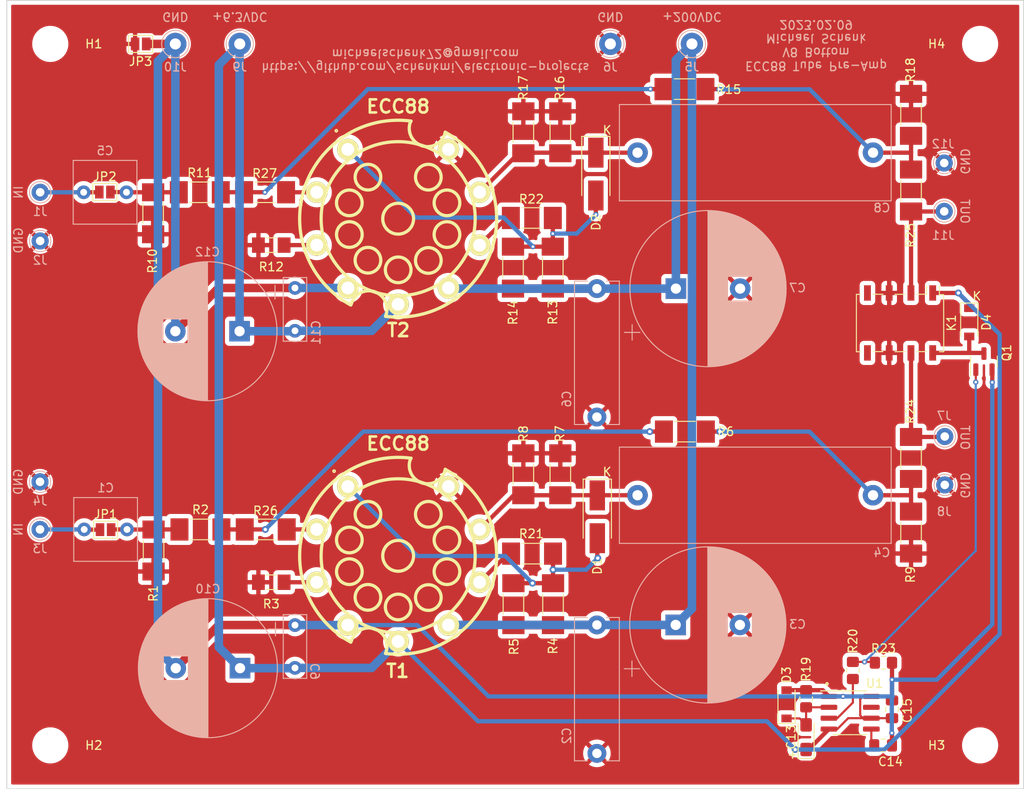
<source format=kicad_pcb>
(kicad_pcb (version 20211014) (generator pcbnew)
  (layers (0 "F.Cu" signal) (31 "B.Cu" signal) (34 "B.Paste" user) (35 "F.Paste" user) (36 "B.SilkS" user "B.Silkscreen") (37 "F.SilkS" user "F.Silkscreen") (38 "B.Mask" user) (39 "F.Mask" user) (44 "Edge.Cuts" user))
  (net 0 "")
  (net 1 "Net-(C1-Pad2)")
  (net 2 "Net-(C1-Pad1)")
  (net 3 "GND")
  (net 4 "VDDA")
  (net 5 "Net-(C4-Pad2)")
  (net 6 "Net-(C4-Pad1)")
  (net 7 "VDDF")
  (net 8 "Net-(R2-Pad1)")
  (net 9 "Net-(R3-Pad1)")
  (net 10 "Net-(C5-Pad2)")
  (net 11 "Net-(C5-Pad1)")
  (net 12 "Net-(C8-Pad2)")
  (net 13 "Net-(C8-Pad1)")
  (net 14 "Net-(R11-Pad1)")
  (net 15 "Net-(R12-Pad1)")
  (net 16 "Net-(D1-Pad2)")
  (net 17 "Net-(D2-Pad2)")
  (net 18 "Net-(R21-Pad2)")
  (net 19 "Net-(R22-Pad2)")
  (net 20 "Net-(C13-Pad2)")
  (net 21 "Net-(C14-Pad1)")
  (net 22 "Net-(D4-Pad2)")
  (net 23 "Net-(J11-Pad1)")
  (net 24 "Net-(Q1-Pad1)")
  (net 25 "Net-(R20-Pad2)")
  (net 26 "Net-(J7-Pad1)")
  (net 30 "FGND")
  (net 31 "Net-(T1-Pad2)")
  (net 32 "Net-(T2-Pad2)")
  (footprint "kicad-snk:TubeNoval-ECC88" (layer "F.Cu") (at 84.43976 135.9789 180)
    (fp_text reference "T1")
    (fp_text value "ECC88")
  )
  (footprint "MountingHole:MountingHole_3.2mm_M3" (layer "F.Cu") (at 43.815 76.2)
    (fp_text reference "H1")
    (fp_text value "MountingHole")
  )
  (footprint "MountingHole:MountingHole_3.2mm_M3" (layer "F.Cu") (at 43.815 158.115)
    (fp_text reference "H2")
    (fp_text value "MountingHole")
  )
  (footprint "MountingHole:MountingHole_3.2mm_M3" (layer "F.Cu") (at 152.4 158.115)
    (fp_text reference "H3")
    (fp_text value "MountingHole")
  )
  (footprint "MountingHole:MountingHole_3.2mm_M3" (layer "F.Cu") (at 152.4 76.2)
    (fp_text reference "H4")
    (fp_text value "MountingHole")
  )
  (footprint "Resistor_SMD:R_MELF_MMB-0207" (layer "F.Cu") (at 55.875 135.36 -90)
    (fp_text reference "R1")
    (fp_text value "1Meg")
  )
  (footprint "Resistor_SMD:R_MELF_MMB-0207" (layer "F.Cu") (at 61.35 132.9 180)
    (fp_text reference "R2")
    (fp_text value "10k/47k")
  )
  (footprint "Resistor_SMD:R_MiniMELF_MMA-0204" (layer "F.Cu") (at 69.62 139.065 180)
    (fp_text reference "R3")
    (fp_text value "1.21k")
  )
  (footprint "Resistor_SMD:R_MELF_MMB-0207" (layer "F.Cu") (at 102.525 141.625 90)
    (fp_text reference "R4")
    (fp_text value "56k")
  )
  (footprint "Resistor_SMD:R_MELF_MMB-0207" (layer "F.Cu") (at 97.9 141.625 90)
    (fp_text reference "R5")
    (fp_text value "39k")
  )
  (footprint "Resistor_SMD:R_MELF_MMB-0207" (layer "F.Cu") (at 117.925 121.475 180)
    (fp_text reference "R6")
    (fp_text value "22k/100k")
  )
  (footprint "Resistor_SMD:R_MELF_MMB-0207" (layer "F.Cu") (at 103.378 126.455 90)
    (fp_text reference "R7")
    (fp_text value "56k")
  )
  (footprint "Resistor_SMD:R_MELF_MMB-0207" (layer "F.Cu") (at 99.06 126.455 90)
    (fp_text reference "R8")
    (fp_text value "39k")
  )
  (footprint "Resistor_SMD:R_MELF_MMB-0207" (layer "F.Cu") (at 144.3355 133.26 90)
    (fp_text reference "R9")
    (fp_text value "1Meg")
  )
  (footprint "Resistor_SMD:R_MELF_MMB-0207" (layer "F.Cu") (at 55.825 95.975 -90)
    (fp_text reference "R10")
    (fp_text value "1Meg")
  )
  (footprint "Resistor_SMD:R_MELF_MMB-0207" (layer "F.Cu") (at 61.275 93.525 180)
    (fp_text reference "R11")
    (fp_text value "10k/47k")
  )
  (footprint "Resistor_SMD:R_MiniMELF_MMA-0204" (layer "F.Cu") (at 69.62 99.695 180)
    (fp_text reference "R12")
    (fp_text value "1.21k")
  )
  (footprint "Resistor_SMD:R_MELF_MMB-0207" (layer "F.Cu") (at 102.5 102.325 90)
    (fp_text reference "R13")
    (fp_text value "56k")
  )
  (footprint "Resistor_SMD:R_MELF_MMB-0207" (layer "F.Cu") (at 97.85 102.325 90)
    (fp_text reference "R14")
    (fp_text value "39k")
  )
  (footprint "Resistor_SMD:R_MELF_MMB-0207" (layer "F.Cu") (at 117.875 81.475 180)
    (fp_text reference "R15")
    (fp_text value "22k/100k")
  )
  (footprint "Resistor_SMD:R_MELF_MMB-0207" (layer "F.Cu") (at 103.378 86.51773 90)
    (fp_text reference "R16")
    (fp_text value "56k")
  )
  (footprint "Resistor_SMD:R_MELF_MMB-0207" (layer "F.Cu") (at 99.06 86.51773 90)
    (fp_text reference "R17")
    (fp_text value "39k")
  )
  (footprint "Resistor_SMD:R_MELF_MMB-0207" (layer "F.Cu") (at 144.3355 84.4815 90)
    (fp_text reference "R18")
    (fp_text value "1Meg")
  )
  (footprint "kicad-snk:TubeNoval-ECC88" (layer "F.Cu") (at 84.43976 96.6089 180)
    (fp_text reference "T2")
    (fp_text value "ECC88")
  )
  (footprint "Diode_SMD:D_SMA_Handsoldering" (layer "F.Cu") (at 107.696 131.422 -90)
    (fp_text reference "D1")
    (fp_text value "1N4007")
  )
  (footprint "Diode_SMD:D_SMA_Handsoldering" (layer "F.Cu") (at 107.525 91.4 -90)
    (fp_text reference "D2")
    (fp_text value "1N4007")
  )
  (footprint "Resistor_SMD:R_MELF_MMB-0207" (layer "F.Cu") (at 100.05 96.525 180)
    (fp_text reference "R22")
    (fp_text value "100R")
  )
  (footprint "Resistor_SMD:R_MELF_MMB-0207" (layer "F.Cu") (at 100.075 135.725 180)
    (fp_text reference "R21")
    (fp_text value "100R")
  )
  (footprint "Relay_SMD:Relay_DPDT_Omron_G6K-2F" (layer "F.Cu") (at 143.0528 108.783 -90)
    (fp_text reference "K1")
    (fp_text value "G6K-2F-TR DC6")
  )
  (footprint "Capacitor_Tantalum_SMD:CP_EIA-3216-12_Kemet-S_Pad1.58x1.35mm_HandSolder" (layer "F.Cu") (at 132.08 157.1601 90)
    (fp_text reference "C13")
    (fp_text value "15uF/25V")
  )
  (footprint "Capacitor_SMD:C_0805_2012Metric_Pad1.18x1.45mm_HandSolder" (layer "F.Cu") (at 141.0716 158.115)
    (fp_text reference "C14")
    (fp_text value "100nF/50V")
  )
  (footprint "Capacitor_SMD:C_0805_2012Metric_Pad1.18x1.45mm_HandSolder" (layer "F.Cu") (at 142.113 153.9025 90)
    (fp_text reference "C15")
    (fp_text value "100nF/50V")
  )
  (footprint "Diode_SMD:D_SOD-123" (layer "F.Cu") (at 129.794 153.3144 90)
    (fp_text reference "D3")
    (fp_text value "1N4148W")
  )
  (footprint "Diode_SMD:D_SOD-123" (layer "F.Cu") (at 151.13 108.712 -90)
    (fp_text reference "D4")
    (fp_text value "1N4148W")
  )
  (footprint "Package_TO_SOT_SMD:SOT-23" (layer "F.Cu") (at 152.847 113.3 90)
    (fp_text reference "Q1")
    (fp_text value "MMBT3904")
  )
  (footprint "Resistor_SMD:R_0805_2012Metric_Pad1.20x1.40mm_HandSolder" (layer "F.Cu") (at 132.08 152.67 90)
    (fp_text reference "R19")
    (fp_text value "2Meg")
  )
  (footprint "Resistor_SMD:R_0805_2012Metric_Pad1.20x1.40mm_HandSolder" (layer "F.Cu") (at 137.541 149.368 -90)
    (fp_text reference "R20")
    (fp_text value "2.49k")
  )
  (footprint "Resistor_SMD:R_0805_2012Metric_Pad1.20x1.40mm_HandSolder" (layer "F.Cu") (at 141.113 148.463)
    (fp_text reference "R23")
    (fp_text value "2.49k")
  )
  (footprint "Package_SO:SOIC-8_3.9x4.9mm_P1.27mm" (layer "F.Cu") (at 137.222 154.305)
    (fp_text reference "U1")
    (fp_text value "TLC555xD")
  )
  (footprint "Resistor_SMD:R_MELF_MMB-0207" (layer "F.Cu") (at 144.3355 124.55 -90)
    (fp_text reference "R24")
    (fp_text value "470R")
  )
  (footprint "Resistor_SMD:R_MELF_MMB-0207" (layer "F.Cu") (at 144.3355 93.3185 90)
    (fp_text reference "R25")
    (fp_text value "470R")
  )
  (footprint "Jumper:SolderJumper-2_P1.3mm_Open_Pad1.0x1.5mm" (layer "F.Cu") (at 50.186104 93.4996)
    (fp_text reference "JP2")
    (fp_text value "SolderJumper_2_Open")
  )
  (footprint "Resistor_SMD:R_MELF_MMB-0207" (layer "F.Cu") (at 68.9 93.52)
    (fp_text reference "R27")
    (fp_text value "100R")
  )
  (footprint "Jumper:SolderJumper-2_P1.3mm_Open_Pad1.0x1.5mm" (layer "F.Cu") (at 50.2708 132.9254)
    (fp_text reference "JP1")
    (fp_text value "SolderJumper_2_Open")
  )
  (footprint "Resistor_SMD:R_MELF_MMB-0207" (layer "F.Cu") (at 68.975 132.9)
    (fp_text reference "R26")
    (fp_text value "100R")
  )
  (footprint "Jumper:SolderJumper-2_P1.3mm_Open_Pad1.0x1.5mm" (layer "F.Cu") (at 54.3664 76.2 180)
    (fp_text reference "JP3")
    (fp_text value "SolderJumper_2_Open")
  )
  (footprint "Capacitor_THT:C_Rect_L7.2mm_W7.2mm_P5.00mm_FKS2_FKP2_MKS2_MKP2" (layer "B.Cu") (at 52.775 132.9 180)
    (fp_text reference "C1")
    (fp_text value "3.3uF")
  )
  (footprint "Capacitor_THT:C_Rect_L16.5mm_W5.0mm_P15.00mm_MKT" (layer "B.Cu") (at 107.65 144.05 -90)
    (fp_text reference "C2")
    (fp_text value "100nF")
  )
  (footprint "Capacitor_THT:CP_Radial_D18.0mm_P7.50mm" (layer "B.Cu") (at 116.85 144.05)
    (fp_text reference "C3")
    (fp_text value "100uF")
  )
  (footprint "Capacitor_THT:C_Rect_L31.5mm_W11.0mm_P27.50mm_MKS4" (layer "B.Cu") (at 139.895 128.905 180)
    (fp_text reference "C4")
    (fp_text value "2.2uF")
  )
  (footprint "Connector_Pin:Pin_D1.0mm_L10.0mm" (layer "B.Cu") (at 42.615 132.9 180)
    (fp_text reference "J3")
    (fp_text value "Conn_01x01")
  )
  (footprint "Connector_Pin:Pin_D1.0mm_L10.0mm" (layer "B.Cu") (at 42.615 127.336612 180)
    (fp_text reference "J4")
    (fp_text value "Conn_01x01")
  )
  (footprint "Connector_Pin:Pin_D1.3mm_L11.0mm" (layer "B.Cu") (at 118.745 76.2 180)
    (fp_text reference "J5")
    (fp_text value "Conn_01x01")
  )
  (footprint "Connector_Pin:Pin_D1.3mm_L11.0mm" (layer "B.Cu") (at 109.22 76.2 180)
    (fp_text reference "J6")
    (fp_text value "Conn_01x01")
  )
  (footprint "Connector_Pin:Pin_D1.0mm_L10.0mm" (layer "B.Cu") (at 148.2725 127.6985 180)
    (fp_text reference "J8")
    (fp_text value "Conn_01x01")
  )
  (footprint "Capacitor_THT:C_Rect_L7.2mm_W7.2mm_P5.00mm_FKS2_FKP2_MKS2_MKP2" (layer "B.Cu") (at 52.711904 93.525 180)
    (fp_text reference "C5")
    (fp_text value "3.3uF")
  )
  (footprint "Capacitor_THT:C_Rect_L16.5mm_W5.0mm_P15.00mm_MKT" (layer "B.Cu") (at 107.65 104.775 -90)
    (fp_text reference "C6")
    (fp_text value "100nF")
  )
  (footprint "Capacitor_THT:CP_Radial_D18.0mm_P7.50mm" (layer "B.Cu") (at 116.875 104.775)
    (fp_text reference "C7")
    (fp_text value "100uF")
  )
  (footprint "Capacitor_THT:C_Rect_L31.5mm_W11.0mm_P27.50mm_MKS4" (layer "B.Cu") (at 139.895 88.9 180)
    (fp_text reference "C8")
    (fp_text value "2.2uF")
  )
  (footprint "Connector_Pin:Pin_D1.0mm_L10.0mm" (layer "B.Cu") (at 42.631904 93.525 180)
    (fp_text reference "J1")
    (fp_text value "Conn_01x01")
  )
  (footprint "Connector_Pin:Pin_D1.0mm_L10.0mm" (layer "B.Cu") (at 42.631904 99.21 180)
    (fp_text reference "J2")
    (fp_text value "Conn_01x01")
  )
  (footprint "Connector_Pin:Pin_D1.3mm_L11.0mm" (layer "B.Cu") (at 65.9384 76.2 180)
    (fp_text reference "J9")
    (fp_text value "Conn_01x01")
  )
  (footprint "Connector_Pin:Pin_D1.3mm_L11.0mm" (layer "B.Cu") (at 58.42 76.2 180)
    (fp_text reference "J10")
    (fp_text value "Conn_01x01")
  )
  (footprint "Connector_Pin:Pin_D1.0mm_L10.0mm" (layer "B.Cu") (at 148.209 95.758 180)
    (fp_text reference "J11")
    (fp_text value "Conn_01x01")
  )
  (footprint "Connector_Pin:Pin_D1.0mm_L10.0mm" (layer "B.Cu") (at 148.209 90.1065 180)
    (fp_text reference "J12")
    (fp_text value "Conn_01x01")
  )
  (footprint "Capacitor_THT:C_Rect_L7.2mm_W2.5mm_P5.00mm_FKS2_FKP2_MKS2_MKP2" (layer "B.Cu") (at 72.39 149.0688 90)
    (fp_text reference "C9")
    (fp_text value "100nF")
  )
  (footprint "Capacitor_THT:CP_Radial_D16.0mm_P7.50mm" (layer "B.Cu") (at 65.9708 149.1 180)
    (fp_text reference "C10")
    (fp_text value "2200uF")
  )
  (footprint "Capacitor_THT:C_Rect_L7.2mm_W2.5mm_P5.00mm_FKS2_FKP2_MKS2_MKP2" (layer "B.Cu") (at 72.39 109.6988 90)
    (fp_text reference "C11")
    (fp_text value "100nF")
  )
  (footprint "Capacitor_THT:CP_Radial_D16.0mm_P7.50mm" (layer "B.Cu") (at 65.92 109.75 180)
    (fp_text reference "C12")
    (fp_text value "2200uF")
  )
  (footprint "Connector_Pin:Pin_D1.0mm_L10.0mm" (layer "B.Cu") (at 148.2725 122.047 180)
    (fp_text reference "J7")
    (fp_text value "Conn_01x01")
  )
  (gr_line (start 157.48 71.12) (end 157.48 163.195) (layer "Edge.Cuts") (width 0.1))
  (gr_line (start 38.735 71.12) (end 157.48 71.12) (layer "Edge.Cuts") (width 0.1))
  (gr_line (start 38.735 163.195) (end 38.735 71.12) (layer "Edge.Cuts") (width 0.1))
  (gr_line (start 157.48 163.195) (end 38.735 163.195) (layer "Edge.Cuts") (width 0.1))
  (gr_text "IN" (at 40.075 132.9 -270) (layer "B.SilkS") (effects (font (size 1 1)) (justify mirror)))
  (gr_text "GND" (at 40.075 127.336612 -270) (layer "B.SilkS") (effects (font (size 1 1)) (justify mirror)))
  (gr_text "GND" (at 40.091904 99.15 -270) (layer "B.SilkS") (effects (font (size 1 1)) (justify mirror)))
  (gr_text "GND" (at 150.622 89.916 -90) (layer "B.SilkS") (effects (font (size 1 1)) (justify mirror)))
  (gr_text "GND" (at 150.622 127.762 -90) (layer "B.SilkS") (effects (font (size 1 1)) (justify mirror)))
  (gr_text "OUT" (at 150.622 122.174 -90) (layer "B.SilkS") (effects (font (size 1 1)) (justify mirror)))
  (gr_text "OUT" (at 150.622 95.758 -90) (layer "B.SilkS") (effects (font (size 1 1)) (justify mirror)))
  (gr_text "+200VDC" (at 118.745 73.025 -180) (layer "B.SilkS") (effects (font (size 1 1)) (justify mirror)))
  (gr_text "+6.3VDC" (at 65.9384 73.025 -180) (layer "B.SilkS") (effects (font (size 1 1)) (justify mirror)))
  (gr_text "GND" (at 109.22 73.025 -180) (layer "B.SilkS") (effects (font (size 1 1)) (justify mirror)))
  (gr_text "GND" (at 58.42 73.025 -180) (layer "B.SilkS") (effects (font (size 1 1)) (justify mirror)))
  (gr_text "IN" (at 40.091904 93.525 -270) (layer "B.SilkS") (effects (font (size 1 1)) (justify mirror)))
  (gr_text "ECC88 Tube Pre-Amp\nV8 Bottom\nMichael Schenk\n2023.02.09" (at 133.2484 76.3524 -180) (layer "B.SilkS") (effects (font (size 1 1)) (justify mirror)))
  (gr_text "https://github.com/schenkmi/electronic-projects\nmichaelschenk72@gmail.com" (at 87.63 78.15 -180) (layer "B.SilkS") (effects (font (size 1 1)) (justify mirror)))
  (gr_text "K" (at 108.839 126.175) (layer "F.SilkS") (effects (font (size 1 1))))
  (gr_text "K" (at 152.019 105.664) (layer "F.SilkS") (effects (font (size 1 1))))
  (gr_text "°" (at 76.962 126.492) (layer "F.SilkS") (effects (font (size 1 1))))
  (gr_text "°" (at 77.216 86.741) (layer "F.SilkS") (effects (font (size 1 1))))
  (gr_text "+" (at 130.5052 159.1564) (layer "F.SilkS") (effects (font (size 1 1))))
  (gr_text "K" (at 108.839 86.275) (layer "F.SilkS") (effects (font (size 1 1))))
  (gr_text "°" (at 134.5184 151.3332) (layer "F.SilkS") (effects (font (size 1 1))))
  (segment (start 49.6208 132.9254) (end 47.8004 132.9254) (width 0.5) (layer "F.Cu") (net 1))
  (segment (start 42.615 132.9) (end 47.775 132.9) (width 0.5) (layer "B.Cu") (net 1))
  (segment (start 52.775 132.9) (end 50.9462 132.9) (width 0.5) (layer "F.Cu") (net 2))
  (segment (start 55.885 132.9) (end 55.875 132.91) (width 0.5) (layer "F.Cu") (net 2))
  (segment (start 55.875 132.91) (end 52.785 132.91) (width 0.5) (layer "F.Cu") (net 2))
  (segment (start 52.785 132.91) (end 52.775 132.9) (width 0.5) (layer "F.Cu") (net 2))
  (segment (start 58.9 132.9) (end 55.885 132.9) (width 0.5) (layer "F.Cu") (net 2))
  (segment (start 102.55 144.05) (end 102.525 144.075) (width 1) (layer "F.Cu") (net 4))
  (segment (start 107.65 144.05) (end 102.55 144.05) (width 1) (layer "F.Cu") (net 4))
  (segment (start 102.525 144.075) (end 97.9 144.075) (width 1) (layer "F.Cu") (net 4))
  (segment (start 107.65 104.775) (end 102.5 104.775) (width 1) (layer "F.Cu") (net 4))
  (segment (start 102.5 104.775) (end 97.85 104.775) (width 1) (layer "F.Cu") (net 4))
  (segment (start 107.65 144.05) (end 90.33612 144.05) (width 1) (layer "B.Cu") (net 4))
  (segment (start 118.745 142.155) (end 116.85 144.05) (width 1) (layer "B.Cu") (net 4))
  (segment (start 90.33612 144.05) (end 90.31732 144.0688) (width 1) (layer "B.Cu") (net 4))
  (segment (start 116.875 104.775) (end 116.875 78.07) (width 1) (layer "B.Cu") (net 4))
  (segment (start 107.65 104.775) (end 90.39352 104.775) (width 1) (layer "B.Cu") (net 4))
  (segment (start 116.875 104.775) (end 107.65 104.775) (width 1) (layer "B.Cu") (net 4))
  (segment (start 90.39352 104.775) (end 90.31732 104.6988) (width 1) (layer "B.Cu") (net 4))
  (segment (start 116.875 78.07) (end 118.745 76.2) (width 1) (layer "B.Cu") (net 4))
  (segment (start 116.85 144.05) (end 107.65 144.05) (width 1) (layer "B.Cu") (net 4))
  (segment (start 118.745 76.2) (end 118.745 142.155) (width 1) (layer "B.Cu") (net 4))
  (segment (start 97.93732 128.905) (end 99.06 128.905) (width 0.5) (layer "F.Cu") (net 5))
  (segment (start 93.94952 132.8928) (end 97.93732 128.905) (width 0.5) (layer "F.Cu") (net 5))
  (segment (start 112.395 128.905) (end 103.378 128.905) (width 0.5) (layer "F.Cu") (net 5))
  (segment (start 99.06 128.905) (end 103.378 128.905) (width 0.5) (layer "F.Cu") (net 5))
  (segment (start 139.895 128.905) (end 144.272 128.905) (width 0.5) (layer "F.Cu") (net 6))
  (segment (start 120.375 121.475) (end 122 121.475) (width 0.5) (layer "F.Cu") (net 6))
  (segment (start 144.3355 130.81) (end 144.3355 127) (width 0.5) (layer "F.Cu") (net 6))
  (via (at 122 121.475) (size 0.8) (drill 0.4) (layers "F.Cu" "B.Cu") (net 6))
  (segment (start 132.465 121.475) (end 139.895 128.905) (width 0.5) (layer "B.Cu") (net 6))
  (segment (start 122 121.475) (end 132.465 121.475) (width 0.5) (layer "B.Cu") (net 6))
  (segment (start 138.39699 152.72501) (end 138.39699 154.61499) (width 0.25) (layer "F.Cu") (net 7))
  (segment (start 139.697 152.4) (end 138.722 152.4) (width 0.25) (layer "F.Cu") (net 7))
  (segment (start 135.722 156.21) (end 136.992 154.94) (width 0.25) (layer "F.Cu") (net 7))
  (segment (start 132.08 158.5976) (end 130.8024 158.5976) (width 0.5) (layer "F.Cu") (net 7))
  (segment (start 138.722 152.4) (end 138.39699 152.72501) (width 0.25) (layer "F.Cu") (net 7))
  (segment (start 151.13 107.062) (end 151.13 106.553) (width 0.5) (layer "F.Cu") (net 7))
  (segment (start 134.747 156.21) (end 135.722 156.21) (width 0.25) (layer "F.Cu") (net 7))
  (segment (start 151.13 106.553) (end 149.86 105.283) (width 0.5) (layer "F.Cu") (net 7))
  (segment (start 142.113 154.94) (end 139.697 154.94) (width 0.25) (layer "F.Cu") (net 7))
  (segment (start 136.992 154.94) (end 139.697 154.94) (width 0.25) (layer "F.Cu") (net 7))
  (segment (start 149.86 105.283) (end 146.8628 105.283) (width 0.5) (layer "F.Cu") (net 7))
  (segment (start 138.722 154.94) (end 139.697 154.94) (width 0.25) (layer "F.Cu") (net 7))
  (segment (start 130.8024 158.5976) (end 130.8 158.6) (width 0.5) (layer "F.Cu") (net 7))
  (segment (start 138.39699 154.61499) (end 138.722 154.94) (width 0.25) (layer "F.Cu") (net 7))
  (segment (start 132.3594 158.5976) (end 134.747 156.21) (width 0.5) (layer "F.Cu") (net 7))
  (via (at 130.8 158.6) (size 0.8) (drill 0.4) (layers "F.Cu" "B.Cu") (net 7))
  (via (at 149.86 105.283) (size 0.8) (drill 0.4) (layers "F.Cu" "B.Cu") (net 7))
  (segment (start 63.5 146.65) (end 65.95 149.1) (width 1) (layer "B.Cu") (net 7))
  (segment (start 141.215461 158.6) (end 154.686 145.129461) (width 0.5) (layer "B.Cu") (net 7))
  (segment (start 130.8 158.6) (end 141.215461 158.6) (width 0.5) (layer "B.Cu") (net 7))
  (segment (start 84.43976 145.97888) (end 93.76088 155.3) (width 0.5) (layer "B.Cu") (net 7))
  (segment (start 65.92 109.75) (end 65.92 76.2184) (width 1) (layer "B.Cu") (net 7))
  (segment (start 72.3388 109.75) (end 72.39 109.6988) (width 1) (layer "B.Cu") (net 7))
  (segment (start 72.39 149.0688) (end 81.34984 149.0688) (width 1) (layer "B.Cu") (net 7))
  (segment (start 154.686 145.129461) (end 154.686 110.109) (width 0.5) (layer "B.Cu") (net 7))
  (segment (start 65.95 149.1) (end 65.9708 149.1) (width 1) (layer "B.Cu") (net 7))
  (segment (start 65.92 109.75) (end 72.3388 109.75) (width 1) (layer "B.Cu") (net 7))
  (segment (start 127.5 155.3) (end 130.8 158.6) (width 0.5) (layer "B.Cu") (net 7))
  (segment (start 65.9708 149.1) (end 72.3588 149.1) (width 1) (layer "B.Cu") (net 7))
  (segment (start 72.3588 149.1) (end 72.39 149.0688) (width 1) (layer "B.Cu") (net 7))
  (segment (start 65.9384 76.2) (end 63.5 78.6384) (width 1) (layer "B.Cu") (net 7))
  (segment (start 154.686 110.109) (end 149.86 105.283) (width 0.5) (layer "B.Cu") (net 7))
  (segment (start 81.34984 149.0688) (end 84.43976 145.97888) (width 1) (layer "B.Cu") (net 7))
  (segment (start 72.39 109.6988) (end 81.34984 109.6988) (width 1) (layer "B.Cu") (net 7))
  (segment (start 63.5 78.6384) (end 63.5 146.65) (width 1) (layer "B.Cu") (net 7))
  (segment (start 93.76088 155.3) (end 127.5 155.3) (width 0.5) (layer "B.Cu") (net 7))
  (segment (start 81.34984 109.6988) (end 84.43976 106.60888) (width 1) (layer "B.Cu") (net 7))
  (segment (start 65.92 76.2184) (end 65.9384 76.2) (width 1) (layer "B.Cu") (net 7))
  (segment (start 66.525 132.9) (end 68.925 132.9) (width 0.5) (layer "F.Cu") (net 8))
  (segment (start 115.475 121.475) (end 113.825 121.475) (width 0.5) (layer "F.Cu") (net 8))
  (segment (start 66.525 132.9) (end 63.8 132.9) (width 0.5) (layer "F.Cu") (net 8))
  (via (at 113.825 121.475) (size 0.8) (drill 0.4) (layers "F.Cu" "B.Cu") (net 8))
  (via (at 68.925 132.9) (size 0.8) (drill 0.4) (layers "F.Cu" "B.Cu") (net 8))
  (segment (start 68.925 132.9) (end 80.35 121.475) (width 0.5) (layer "B.Cu") (net 8))
  (segment (start 80.35 121.475) (end 113.825 121.475) (width 0.5) (layer "B.Cu") (net 8))
  (segment (start 71.12 139.065) (end 74.93 139.065) (width 0.5) (layer "F.Cu") (net 9))
  (segment (start 47.711904 93.525) (end 49.510704 93.525) (width 0.5) (layer "F.Cu") (net 10))
  (segment (start 42.631904 93.525) (end 47.711904 93.525) (width 0.5) (layer "B.Cu") (net 10))
  (segment (start 55.825 93.525) (end 52.711904 93.525) (width 0.5) (layer "F.Cu") (net 11))
  (segment (start 50.836104 93.4996) (end 52.686504 93.4996) (width 0.5) (layer "F.Cu") (net 11))
  (segment (start 58.825 93.525) (end 55.825 93.525) (width 0.5) (layer "F.Cu") (net 11))
  (segment (start 107.696 88.9) (end 112.395 88.9) (width 0.5) (layer "F.Cu") (net 12))
  (segment (start 103.378 88.9) (end 99.06 88.9) (width 0.5) (layer "F.Cu") (net 12))
  (segment (start 103.378 88.9) (end 107.4 88.9) (width 0.5) (layer "F.Cu") (net 12))
  (segment (start 93.94952 93.5228) (end 98.57232 88.9) (width 0.5) (layer "F.Cu") (net 12))
  (segment (start 107.4 88.9) (end 107.696 88.9) (width 0.5) (layer "F.Cu") (net 12))
  (segment (start 144.3355 88.8365) (end 144.3355 90.8685) (width 0.5) (layer "F.Cu") (net 13))
  (segment (start 120.325 81.475) (end 121.875 81.475) (width 0.5) (layer "F.Cu") (net 13))
  (segment (start 121.875 81.475) (end 121.9 81.5) (width 0.5) (layer "F.Cu") (net 13))
  (segment (start 144.272 88.9) (end 144.3355 88.8365) (width 0.5) (layer "F.Cu") (net 13))
  (segment (start 139.895 88.9) (end 144.272 88.9) (width 0.5) (layer "F.Cu") (net 13))
  (segment (start 144.3355 86.9315) (end 144.3355 88.8365) (width 0.5) (layer "F.Cu") (net 13))
  (via (at 121.9 81.5) (size 0.6) (drill 0.3) (layers "F.Cu" "B.Cu") (net 13))
  (segment (start 132.495 81.5) (end 139.895 88.9) (width 0.5) (layer "B.Cu") (net 13))
  (segment (start 121.9 81.5) (end 132.495 81.5) (width 0.5) (layer "B.Cu") (net 13))
  (segment (start 66.45 93.52) (end 68.87 93.52) (width 0.5) (layer "F.Cu") (net 14))
  (segment (start 66.45 93.52) (end 63.73 93.52) (width 0.5) (layer "F.Cu") (net 14))
  (segment (start 115.425 81.475) (end 113.9 81.475) (width 0.5) (layer "F.Cu") (net 14))
  (segment (start 68.87 93.52) (end 68.875 93.525) (width 0.5) (layer "F.Cu") (net 14))
  (segment (start 63.73 93.52) (end 63.725 93.525) (width 0.5) (layer "F.Cu") (net 14))
  (via (at 68.875 93.525) (size 0.6) (drill 0.3) (layers "F.Cu" "B.Cu") (net 14))
  (via (at 113.9 81.475) (size 0.6) (drill 0.3) (layers "F.Cu" "B.Cu") (net 14))
  (segment (start 113.9 81.475) (end 80.925 81.475) (width 0.5) (layer "B.Cu") (net 14))
  (segment (start 80.925 81.475) (end 68.875 93.525) (width 0.5) (layer "B.Cu") (net 14))
  (segment (start 71.12 99.695) (end 74.93 99.695) (width 0.5) (layer "F.Cu") (net 15))
  (segment (start 102.525 139.175) (end 102.525 137.6) (width 0.5) (layer "F.Cu") (net 16))
  (segment (start 107.696 136.196) (end 107.75 136.25) (width 0.5) (layer "F.Cu") (net 16))
  (segment (start 107.696 133.922) (end 107.696 136.196) (width 0.5) (layer "F.Cu") (net 16))
  (segment (start 102.525 137.6) (end 102.525 135.725) (width 0.5) (layer "F.Cu") (net 16))
  (segment (start 100.125 139.175) (end 97.9 139.175) (width 0.5) (layer "F.Cu") (net 16))
  (segment (start 102.525 139.175) (end 100.125 139.175) (width 0.5) (layer "F.Cu") (net 16))
  (via (at 100.125 139.175) (size 0.8) (drill 0.4) (layers "F.Cu" "B.Cu") (net 16))
  (via (at 102.525 137.6) (size 0.8) (drill 0.4) (layers "F.Cu" "B.Cu") (net 16))
  (via (at 107.75 136.25) (size 0.8) (drill 0.4) (layers "F.Cu" "B.Cu") (net 16))
  (segment (start 106.4 137.6) (end 102.525 137.6) (width 0.5) (layer "B.Cu") (net 16))
  (segment (start 96.95 136) (end 100.125 139.175) (width 0.5) (layer "B.Cu") (net 16))
  (segment (start 86.6732 136) (end 96.95 136) (width 0.5) (layer "B.Cu") (net 16))
  (segment (start 78.5622 127.889) (end 86.6732 136) (width 0.5) (layer "B.Cu") (net 16))
  (segment (start 107.75 136.25) (end 106.4 137.6) (width 0.5) (layer "B.Cu") (net 16))
  (segment (start 107.525 93.9) (end 107.525 96.125) (width 0.5) (layer "F.Cu") (net 17))
  (segment (start 102.5 99.875) (end 102.5 98.35) (width 0.5) (layer "F.Cu") (net 17))
  (segment (start 100.175 99.875) (end 102.5 99.875) (width 0.5) (layer "F.Cu") (net 17))
  (segment (start 102.5 98.35) (end 102.5 96.525) (width 0.5) (layer "F.Cu") (net 17))
  (segment (start 97.85 99.875) (end 100.175 99.875) (width 0.5) (layer "F.Cu") (net 17))
  (via (at 100.175 99.875) (size 0.6) (drill 0.3) (layers "F.Cu" "B.Cu") (net 17))
  (via (at 102.5 98.35) (size 0.6) (drill 0.3) (layers "F.Cu" "B.Cu") (net 17))
  (via (at 107.525 96.125) (size 0.6) (drill 0.3) (layers "F.Cu" "B.Cu") (net 17))
  (segment (start 100.175 99.875) (end 96.775 96.475) (width 0.5) (layer "B.Cu") (net 17))
  (segment (start 105.3 98.35) (end 102.5 98.35) (width 0.5) (layer "B.Cu") (net 17))
  (segment (start 96.775 96.475) (end 86.5182 96.475) (width 0.5) (layer "B.Cu") (net 17))
  (segment (start 107.525 96.125) (end 105.3 98.35) (width 0.5) (layer "B.Cu") (net 17))
  (segment (start 86.5182 96.475) (end 78.5622 88.519) (width 0.5) (layer "B.Cu") (net 17))
  (segment (start 97.28952 135.725) (end 93.94952 139.065) (width 0.5) (layer "F.Cu") (net 18))
  (segment (start 97.625 135.725) (end 97.28952 135.725) (width 0.5) (layer "F.Cu") (net 18))
  (segment (start 97.11952 96.525) (end 93.94952 99.695) (width 0.5) (layer "F.Cu") (net 19))
  (segment (start 97.6 96.525) (end 97.11952 96.525) (width 0.5) (layer "F.Cu") (net 19))
  (segment (start 129.794 154.9644) (end 131.3218 154.9644) (width 0.25) (layer "F.Cu") (net 20))
  (segment (start 132.08 153.67) (end 132.08 155.7226) (width 0.25) (layer "F.Cu") (net 20))
  (segment (start 134.747 153.67) (end 132.08 153.67) (width 0.25) (layer "F.Cu") (net 20))
  (segment (start 131.3218 154.9644) (end 132.08 155.7226) (width 0.25) (layer "F.Cu") (net 20))
  (segment (start 139.697 156.21) (end 139.697 157.7779) (width 0.25) (layer "F.Cu") (net 21))
  (segment (start 146.8628 112.283) (end 150.988 112.283) (width 0.5) (layer "F.Cu") (net 22))
  (segment (start 150.988 112.283) (end 152.7675 112.283) (width 0.5) (layer "F.Cu") (net 22))
  (segment (start 152.7675 112.283) (end 152.847 112.3625) (width 0.5) (layer "F.Cu") (net 22))
  (segment (start 151.13 110.362) (end 151.13 112.141) (width 0.5) (layer "F.Cu") (net 22))
  (segment (start 151.13 112.141) (end 150.988 112.283) (width 0.5) (layer "F.Cu") (net 22))
  (segment (start 144.3355 95.7685) (end 144.3355 105.2395) (width 0.5) (layer "F.Cu") (net 23))
  (segment (start 144.3355 95.7685) (end 148.1985 95.7685) (width 0.5) (layer "F.Cu") (net 23))
  (segment (start 138.906 148.368) (end 140.018 148.368) (width 0.25) (layer "F.Cu") (net 24))
  (segment (start 151.897 115.692) (end 151.892 115.697) (width 0.25) (layer "F.Cu") (net 24))
  (segment (start 137.541 148.368) (end 138.906 148.368) (width 0.25) (layer "F.Cu") (net 24))
  (segment (start 151.897 114.3) (end 151.897 115.692) (width 0.25) (layer "F.Cu") (net 24))
  (via (at 138.906 148.368) (size 0.6) (drill 0.3) (layers "F.Cu" "B.Cu") (net 24))
  (via (at 151.892 115.697) (size 0.6) (drill 0.3) (layers "F.Cu" "B.Cu") (net 24))
  (segment (start 138.906 148.368) (end 151.892 135.382) (width 0.25) (layer "B.Cu") (net 24))
  (segment (start 151.892 135.382) (end 151.892 115.697) (width 0.25) (layer "B.Cu") (net 24))
  (segment (start 135.722 154.94) (end 137.541 153.121) (width 0.25) (layer "F.Cu") (net 25))
  (segment (start 134.747 154.94) (end 135.722 154.94) (width 0.25) (layer "F.Cu") (net 25))
  (segment (start 137.541 153.121) (end 137.541 150.368) (width 0.25) (layer "F.Cu") (net 25))
  (segment (start 144.3355 122.1) (end 148.2195 122.1) (width 0.5) (layer "F.Cu") (net 26))
  (segment (start 144.3355 122.1) (end 144.3355 112.2965) (width 0.5) (layer "F.Cu") (net 26))
  (segment (start 142.1091 156.6887) (end 142.0876 156.6672) (width 0.5) (layer "F.Cu") (net 30))
  (segment (start 132.08 151.67) (end 134.017 151.67) (width 0.5) (layer "F.Cu") (net 30))
  (segment (start 72.39 104.6988) (end 63.4712 104.6988) (width 1) (layer "F.Cu") (net 30))
  (segment (start 142.1091 158.115) (end 142.1091 156.6887) (width 0.5) (layer "F.Cu") (net 30))
  (segment (start 63.4712 104.6988) (end 58.42 109.75) (width 1) (layer "F.Cu") (net 30))
  (segment (start 72.39 144.0688) (end 63.502 144.0688) (width 1) (layer "F.Cu") (net 30))
  (segment (start 134.747 152.4) (end 136.398 152.4) (width 0.5) (layer "F.Cu") (net 30))
  (segment (start 142.113 152.865) (end 142.113 150.4442) (width 0.5) (layer "F.Cu") (net 30))
  (segment (start 142.113 150.4442) (end 142.113 148.463) (width 0.5) (layer "F.Cu") (net 30))
  (segment (start 134.017 151.67) (end 134.747 152.4) (width 0.5) (layer "F.Cu") (net 30))
  (segment (start 129.794 151.6644) (end 132.0744 151.6644) (width 0.5) (layer "F.Cu") (net 30))
  (segment (start 58.42 76.2) (end 55.0164 76.2) (width 1) (layer "F.Cu") (net 30))
  (segment (start 63.502 144.0688) (end 58.4708 149.1) (width 1) (layer "F.Cu") (net 30))
  (segment (start 153.8224 115.7224) (end 153.8224 114.3254) (width 0.5) (layer "F.Cu") (net 30))
  (via (at 142.0876 156.6672) (size 0.6) (drill 0.3) (layers "F.Cu" "B.Cu") (net 30))
  (via (at 142.113 150.4442) (size 0.6) (drill 0.3) (layers "F.Cu" "B.Cu") (net 30))
  (via (at 136.398 152.4) (size 0.6) (drill 0.3) (layers "F.Cu" "B.Cu") (net 30))
  (via (at 153.8224 115.7224) (size 0.6) (drill 0.3) (layers "F.Cu" "B.Cu") (net 30))
  (segment (start 78.5622 144.0688) (end 72.39 144.0688) (width 1) (layer "B.Cu") (net 30))
  (segment (start 58.42 109.75) (end 58.42 76.2) (width 1) (layer "B.Cu") (net 30))
  (segment (start 142.113 152.4762) (end 142.113 150.4442) (width 0.5) (layer "B.Cu") (net 30))
  (segment (start 142.0876 156.6672) (end 142.0876 152.5016) (width 0.5) (layer "B.Cu") (net 30))
  (segment (start 153.8224 143.9672) (end 153.8224 115.7224) (width 0.5) (layer "B.Cu") (net 30))
  (segment (start 136.398 152.4) (end 95 152.4) (width 0.5) (layer "B.Cu") (net 30))
  (segment (start 95 152.4) (end 86.6688 144.0688) (width 0.5) (layer "B.Cu") (net 30))
  (segment (start 78.5622 104.6988) (end 72.39 104.6988) (width 1) (layer "B.Cu") (net 30))
  (segment (start 147.3454 150.4442) (end 153.8224 143.9672) (width 0.5) (layer "B.Cu") (net 30))
  (segment (start 56.388 78.232) (end 58.42 76.2) (width 1) (layer "B.Cu") (net 30))
  (segment (start 142.0876 152.5016) (end 142.1892 152.4) (width 0.5) (layer "B.Cu") (net 30))
  (segment (start 136.398 152.4) (end 142.1892 152.4) (width 0.5) (layer "B.Cu") (net 30))
  (segment (start 142.0876 152.5016) (end 142.113 152.4762) (width 0.5) (layer "B.Cu") (net 30))
  (segment (start 142.113 150.4442) (end 147.3454 150.4442) (width 0.5) (layer "B.Cu") (net 30))
  (segment (start 86.6688 144.0688) (end 78.5622 144.0688) (width 0.5) (layer "B.Cu") (net 30))
  (segment (start 56.388 147.0172) (end 58.4708 149.1) (width 1) (layer "B.Cu") (net 30))
  (segment (start 56.388 78.232) (end 56.388 147.0172) (width 1) (layer "B.Cu") (net 30))
  (segment (start 74.93 132.8928) (end 71.4322 132.8928) (width 0.5) (layer "F.Cu") (net 31))
  (segment (start 71.4322 132.8928) (end 71.425 132.9) (width 0.5) (layer "F.Cu") (net 31))
  (segment (start 71.3528 93.5228) (end 71.35 93.52) (width 0.5) (layer "F.Cu") (net 32))
  (segment (start 74.93 93.5228) (end 71.3528 93.5228) (width 0.5) (layer "F.Cu") (net 32))
  (zone (net 3) (net_name "GND") (layer "F.Cu") (connect_pads (clearance 0.508)) (min_thickness 0.254) (fill yes (thermal_gap 0.508) (thermal_bridge_width 0.508))
    (polygon (pts (xy 157.48 163.195) (xy 38.735 163.195) (xy 38.735 71.12) (xy 157.48 71.12)))
  )
)
</source>
